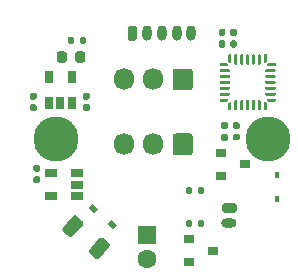
<source format=gts>
%TF.GenerationSoftware,KiCad,Pcbnew,(5.1.8)-1*%
%TF.CreationDate,2021-07-18T18:57:16+02:00*%
%TF.ProjectId,PX12_Board,50583132-5f42-46f6-9172-642e6b696361,V1.0*%
%TF.SameCoordinates,Original*%
%TF.FileFunction,Soldermask,Top*%
%TF.FilePolarity,Negative*%
%FSLAX46Y46*%
G04 Gerber Fmt 4.6, Leading zero omitted, Abs format (unit mm)*
G04 Created by KiCad (PCBNEW (5.1.8)-1) date 2021-07-18 18:57:16*
%MOMM*%
%LPD*%
G01*
G04 APERTURE LIST*
%ADD10O,1.300000X0.800000*%
%ADD11R,0.650000X1.060000*%
%ADD12O,1.700000X1.850000*%
%ADD13R,0.900000X0.800000*%
%ADD14R,1.060000X0.650000*%
%ADD15C,0.100000*%
%ADD16R,1.600000X1.600000*%
%ADD17C,1.600000*%
%ADD18C,3.800000*%
%ADD19R,0.450000X0.600000*%
%ADD20O,0.800000X1.300000*%
G04 APERTURE END LIST*
%TO.C,VALVE1*%
G36*
G01*
X180250000Y-105500000D02*
X181150000Y-105500000D01*
G75*
G02*
X181350000Y-105700000I0J-200000D01*
G01*
X181350000Y-106100000D01*
G75*
G02*
X181150000Y-106300000I-200000J0D01*
G01*
X180250000Y-106300000D01*
G75*
G02*
X180050000Y-106100000I0J200000D01*
G01*
X180050000Y-105700000D01*
G75*
G02*
X180250000Y-105500000I200000J0D01*
G01*
G37*
D10*
X180700000Y-107150000D03*
%TD*%
D11*
%TO.C,U1*%
X165450000Y-94800000D03*
X167350000Y-94800000D03*
X167350000Y-97000000D03*
X166400000Y-97000000D03*
X165450000Y-97000000D03*
%TD*%
D12*
%TO.C,AX12_2*%
X171750000Y-100500000D03*
X174250000Y-100500000D03*
G36*
G01*
X177600000Y-99825000D02*
X177600000Y-101175000D01*
G75*
G02*
X177350000Y-101425000I-250000J0D01*
G01*
X176150000Y-101425000D01*
G75*
G02*
X175900000Y-101175000I0J250000D01*
G01*
X175900000Y-99825000D01*
G75*
G02*
X176150000Y-99575000I250000J0D01*
G01*
X177350000Y-99575000D01*
G75*
G02*
X177600000Y-99825000I0J-250000D01*
G01*
G37*
%TD*%
%TO.C,D3*%
G36*
G01*
X166075000Y-93356250D02*
X166075000Y-92843750D01*
G75*
G02*
X166293750Y-92625000I218750J0D01*
G01*
X166731250Y-92625000D01*
G75*
G02*
X166950000Y-92843750I0J-218750D01*
G01*
X166950000Y-93356250D01*
G75*
G02*
X166731250Y-93575000I-218750J0D01*
G01*
X166293750Y-93575000D01*
G75*
G02*
X166075000Y-93356250I0J218750D01*
G01*
G37*
G36*
G01*
X167650000Y-93356250D02*
X167650000Y-92843750D01*
G75*
G02*
X167868750Y-92625000I218750J0D01*
G01*
X168306250Y-92625000D01*
G75*
G02*
X168525000Y-92843750I0J-218750D01*
G01*
X168525000Y-93356250D01*
G75*
G02*
X168306250Y-93575000I-218750J0D01*
G01*
X167868750Y-93575000D01*
G75*
G02*
X167650000Y-93356250I0J218750D01*
G01*
G37*
%TD*%
%TO.C,AX12_1*%
G36*
G01*
X177600000Y-94325000D02*
X177600000Y-95675000D01*
G75*
G02*
X177350000Y-95925000I-250000J0D01*
G01*
X176150000Y-95925000D01*
G75*
G02*
X175900000Y-95675000I0J250000D01*
G01*
X175900000Y-94325000D01*
G75*
G02*
X176150000Y-94075000I250000J0D01*
G01*
X177350000Y-94075000D01*
G75*
G02*
X177600000Y-94325000I0J-250000D01*
G01*
G37*
X174250000Y-95000000D03*
X171750000Y-95000000D03*
%TD*%
D13*
%TO.C,Q1*%
X182000000Y-102200000D03*
X180000000Y-103150000D03*
X180000000Y-101250000D03*
%TD*%
%TO.C,Q2*%
X177300000Y-108550000D03*
X177300000Y-110450000D03*
X179300000Y-109500000D03*
%TD*%
%TO.C,R2*%
G36*
G01*
X170532644Y-109182788D02*
X169729156Y-110140348D01*
G75*
G02*
X169376952Y-110171162I-191509J160695D01*
G01*
X168898170Y-109769416D01*
G75*
G02*
X168867356Y-109417212I160695J191509D01*
G01*
X169670844Y-108459652D01*
G75*
G02*
X170023048Y-108428838I191509J-160695D01*
G01*
X170501830Y-108830584D01*
G75*
G02*
X170532644Y-109182788I-160695J-191509D01*
G01*
G37*
G36*
G01*
X168291964Y-107302634D02*
X167488476Y-108260194D01*
G75*
G02*
X167136272Y-108291008I-191509J160695D01*
G01*
X166657490Y-107889262D01*
G75*
G02*
X166626676Y-107537058I160695J191509D01*
G01*
X167430164Y-106579498D01*
G75*
G02*
X167782368Y-106548684I191509J-160695D01*
G01*
X168261150Y-106950430D01*
G75*
G02*
X168291964Y-107302634I-160695J-191509D01*
G01*
G37*
%TD*%
D14*
%TO.C,U2*%
X167800000Y-104850000D03*
X167800000Y-103900000D03*
X167800000Y-102950000D03*
X165600000Y-102950000D03*
X165600000Y-104850000D03*
%TD*%
D15*
%TO.C,U3*%
G36*
X180625865Y-97039861D02*
G01*
X180628425Y-97031419D01*
X180632584Y-97023639D01*
X180638180Y-97016820D01*
X180771820Y-96883180D01*
X180778639Y-96877584D01*
X180786419Y-96873425D01*
X180794861Y-96870865D01*
X180803640Y-96870000D01*
X180830000Y-96870000D01*
X180838779Y-96870865D01*
X180847221Y-96873425D01*
X180855001Y-96877584D01*
X180861820Y-96883180D01*
X180867416Y-96889999D01*
X180871575Y-96897779D01*
X180874135Y-96906221D01*
X180875000Y-96915000D01*
X180875000Y-97580000D01*
X180874135Y-97588779D01*
X180871575Y-97597221D01*
X180867416Y-97605001D01*
X180861820Y-97611820D01*
X180855001Y-97617416D01*
X180847221Y-97621575D01*
X180838779Y-97624135D01*
X180830000Y-97625000D01*
X180670000Y-97625000D01*
X180661221Y-97624135D01*
X180652779Y-97621575D01*
X180644999Y-97617416D01*
X180638180Y-97611820D01*
X180632584Y-97605001D01*
X180628425Y-97597221D01*
X180625865Y-97588779D01*
X180625000Y-97580000D01*
X180625000Y-97048640D01*
X180625865Y-97039861D01*
G37*
G36*
G01*
X181312500Y-97625000D02*
X181187500Y-97625000D01*
G75*
G02*
X181125000Y-97562500I0J62500D01*
G01*
X181125000Y-96812500D01*
G75*
G02*
X181187500Y-96750000I62500J0D01*
G01*
X181312500Y-96750000D01*
G75*
G02*
X181375000Y-96812500I0J-62500D01*
G01*
X181375000Y-97562500D01*
G75*
G02*
X181312500Y-97625000I-62500J0D01*
G01*
G37*
G36*
G01*
X181812500Y-97625000D02*
X181687500Y-97625000D01*
G75*
G02*
X181625000Y-97562500I0J62500D01*
G01*
X181625000Y-96812500D01*
G75*
G02*
X181687500Y-96750000I62500J0D01*
G01*
X181812500Y-96750000D01*
G75*
G02*
X181875000Y-96812500I0J-62500D01*
G01*
X181875000Y-97562500D01*
G75*
G02*
X181812500Y-97625000I-62500J0D01*
G01*
G37*
G36*
G01*
X182312500Y-97625000D02*
X182187500Y-97625000D01*
G75*
G02*
X182125000Y-97562500I0J62500D01*
G01*
X182125000Y-96812500D01*
G75*
G02*
X182187500Y-96750000I62500J0D01*
G01*
X182312500Y-96750000D01*
G75*
G02*
X182375000Y-96812500I0J-62500D01*
G01*
X182375000Y-97562500D01*
G75*
G02*
X182312500Y-97625000I-62500J0D01*
G01*
G37*
G36*
G01*
X182812500Y-97625000D02*
X182687500Y-97625000D01*
G75*
G02*
X182625000Y-97562500I0J62500D01*
G01*
X182625000Y-96812500D01*
G75*
G02*
X182687500Y-96750000I62500J0D01*
G01*
X182812500Y-96750000D01*
G75*
G02*
X182875000Y-96812500I0J-62500D01*
G01*
X182875000Y-97562500D01*
G75*
G02*
X182812500Y-97625000I-62500J0D01*
G01*
G37*
G36*
G01*
X183312500Y-97625000D02*
X183187500Y-97625000D01*
G75*
G02*
X183125000Y-97562500I0J62500D01*
G01*
X183125000Y-96812500D01*
G75*
G02*
X183187500Y-96750000I62500J0D01*
G01*
X183312500Y-96750000D01*
G75*
G02*
X183375000Y-96812500I0J-62500D01*
G01*
X183375000Y-97562500D01*
G75*
G02*
X183312500Y-97625000I-62500J0D01*
G01*
G37*
G36*
X183625865Y-96906221D02*
G01*
X183628425Y-96897779D01*
X183632584Y-96889999D01*
X183638180Y-96883180D01*
X183644999Y-96877584D01*
X183652779Y-96873425D01*
X183661221Y-96870865D01*
X183670000Y-96870000D01*
X183696360Y-96870000D01*
X183705139Y-96870865D01*
X183713581Y-96873425D01*
X183721361Y-96877584D01*
X183728180Y-96883180D01*
X183861820Y-97016820D01*
X183867416Y-97023639D01*
X183871575Y-97031419D01*
X183874135Y-97039861D01*
X183875000Y-97048640D01*
X183875000Y-97580000D01*
X183874135Y-97588779D01*
X183871575Y-97597221D01*
X183867416Y-97605001D01*
X183861820Y-97611820D01*
X183855001Y-97617416D01*
X183847221Y-97621575D01*
X183838779Y-97624135D01*
X183830000Y-97625000D01*
X183670000Y-97625000D01*
X183661221Y-97624135D01*
X183652779Y-97621575D01*
X183644999Y-97617416D01*
X183638180Y-97611820D01*
X183632584Y-97605001D01*
X183628425Y-97597221D01*
X183625865Y-97588779D01*
X183625000Y-97580000D01*
X183625000Y-96915000D01*
X183625865Y-96906221D01*
G37*
G36*
X183870865Y-96661221D02*
G01*
X183873425Y-96652779D01*
X183877584Y-96644999D01*
X183883180Y-96638180D01*
X183889999Y-96632584D01*
X183897779Y-96628425D01*
X183906221Y-96625865D01*
X183915000Y-96625000D01*
X184580000Y-96625000D01*
X184588779Y-96625865D01*
X184597221Y-96628425D01*
X184605001Y-96632584D01*
X184611820Y-96638180D01*
X184617416Y-96644999D01*
X184621575Y-96652779D01*
X184624135Y-96661221D01*
X184625000Y-96670000D01*
X184625000Y-96830000D01*
X184624135Y-96838779D01*
X184621575Y-96847221D01*
X184617416Y-96855001D01*
X184611820Y-96861820D01*
X184605001Y-96867416D01*
X184597221Y-96871575D01*
X184588779Y-96874135D01*
X184580000Y-96875000D01*
X184048640Y-96875000D01*
X184039861Y-96874135D01*
X184031419Y-96871575D01*
X184023639Y-96867416D01*
X184016820Y-96861820D01*
X183883180Y-96728180D01*
X183877584Y-96721361D01*
X183873425Y-96713581D01*
X183870865Y-96705139D01*
X183870000Y-96696360D01*
X183870000Y-96670000D01*
X183870865Y-96661221D01*
G37*
G36*
G01*
X184562500Y-96375000D02*
X183812500Y-96375000D01*
G75*
G02*
X183750000Y-96312500I0J62500D01*
G01*
X183750000Y-96187500D01*
G75*
G02*
X183812500Y-96125000I62500J0D01*
G01*
X184562500Y-96125000D01*
G75*
G02*
X184625000Y-96187500I0J-62500D01*
G01*
X184625000Y-96312500D01*
G75*
G02*
X184562500Y-96375000I-62500J0D01*
G01*
G37*
G36*
G01*
X184562500Y-95875000D02*
X183812500Y-95875000D01*
G75*
G02*
X183750000Y-95812500I0J62500D01*
G01*
X183750000Y-95687500D01*
G75*
G02*
X183812500Y-95625000I62500J0D01*
G01*
X184562500Y-95625000D01*
G75*
G02*
X184625000Y-95687500I0J-62500D01*
G01*
X184625000Y-95812500D01*
G75*
G02*
X184562500Y-95875000I-62500J0D01*
G01*
G37*
G36*
G01*
X184562500Y-95375000D02*
X183812500Y-95375000D01*
G75*
G02*
X183750000Y-95312500I0J62500D01*
G01*
X183750000Y-95187500D01*
G75*
G02*
X183812500Y-95125000I62500J0D01*
G01*
X184562500Y-95125000D01*
G75*
G02*
X184625000Y-95187500I0J-62500D01*
G01*
X184625000Y-95312500D01*
G75*
G02*
X184562500Y-95375000I-62500J0D01*
G01*
G37*
G36*
G01*
X184562500Y-94875000D02*
X183812500Y-94875000D01*
G75*
G02*
X183750000Y-94812500I0J62500D01*
G01*
X183750000Y-94687500D01*
G75*
G02*
X183812500Y-94625000I62500J0D01*
G01*
X184562500Y-94625000D01*
G75*
G02*
X184625000Y-94687500I0J-62500D01*
G01*
X184625000Y-94812500D01*
G75*
G02*
X184562500Y-94875000I-62500J0D01*
G01*
G37*
G36*
G01*
X184562500Y-94375000D02*
X183812500Y-94375000D01*
G75*
G02*
X183750000Y-94312500I0J62500D01*
G01*
X183750000Y-94187500D01*
G75*
G02*
X183812500Y-94125000I62500J0D01*
G01*
X184562500Y-94125000D01*
G75*
G02*
X184625000Y-94187500I0J-62500D01*
G01*
X184625000Y-94312500D01*
G75*
G02*
X184562500Y-94375000I-62500J0D01*
G01*
G37*
G36*
X183870865Y-93794861D02*
G01*
X183873425Y-93786419D01*
X183877584Y-93778639D01*
X183883180Y-93771820D01*
X184016820Y-93638180D01*
X184023639Y-93632584D01*
X184031419Y-93628425D01*
X184039861Y-93625865D01*
X184048640Y-93625000D01*
X184580000Y-93625000D01*
X184588779Y-93625865D01*
X184597221Y-93628425D01*
X184605001Y-93632584D01*
X184611820Y-93638180D01*
X184617416Y-93644999D01*
X184621575Y-93652779D01*
X184624135Y-93661221D01*
X184625000Y-93670000D01*
X184625000Y-93830000D01*
X184624135Y-93838779D01*
X184621575Y-93847221D01*
X184617416Y-93855001D01*
X184611820Y-93861820D01*
X184605001Y-93867416D01*
X184597221Y-93871575D01*
X184588779Y-93874135D01*
X184580000Y-93875000D01*
X183915000Y-93875000D01*
X183906221Y-93874135D01*
X183897779Y-93871575D01*
X183889999Y-93867416D01*
X183883180Y-93861820D01*
X183877584Y-93855001D01*
X183873425Y-93847221D01*
X183870865Y-93838779D01*
X183870000Y-93830000D01*
X183870000Y-93803640D01*
X183870865Y-93794861D01*
G37*
G36*
X183625865Y-92911221D02*
G01*
X183628425Y-92902779D01*
X183632584Y-92894999D01*
X183638180Y-92888180D01*
X183644999Y-92882584D01*
X183652779Y-92878425D01*
X183661221Y-92875865D01*
X183670000Y-92875000D01*
X183830000Y-92875000D01*
X183838779Y-92875865D01*
X183847221Y-92878425D01*
X183855001Y-92882584D01*
X183861820Y-92888180D01*
X183867416Y-92894999D01*
X183871575Y-92902779D01*
X183874135Y-92911221D01*
X183875000Y-92920000D01*
X183875000Y-93451360D01*
X183874135Y-93460139D01*
X183871575Y-93468581D01*
X183867416Y-93476361D01*
X183861820Y-93483180D01*
X183728180Y-93616820D01*
X183721361Y-93622416D01*
X183713581Y-93626575D01*
X183705139Y-93629135D01*
X183696360Y-93630000D01*
X183670000Y-93630000D01*
X183661221Y-93629135D01*
X183652779Y-93626575D01*
X183644999Y-93622416D01*
X183638180Y-93616820D01*
X183632584Y-93610001D01*
X183628425Y-93602221D01*
X183625865Y-93593779D01*
X183625000Y-93585000D01*
X183625000Y-92920000D01*
X183625865Y-92911221D01*
G37*
G36*
G01*
X183312500Y-93750000D02*
X183187500Y-93750000D01*
G75*
G02*
X183125000Y-93687500I0J62500D01*
G01*
X183125000Y-92937500D01*
G75*
G02*
X183187500Y-92875000I62500J0D01*
G01*
X183312500Y-92875000D01*
G75*
G02*
X183375000Y-92937500I0J-62500D01*
G01*
X183375000Y-93687500D01*
G75*
G02*
X183312500Y-93750000I-62500J0D01*
G01*
G37*
G36*
G01*
X182812500Y-93750000D02*
X182687500Y-93750000D01*
G75*
G02*
X182625000Y-93687500I0J62500D01*
G01*
X182625000Y-92937500D01*
G75*
G02*
X182687500Y-92875000I62500J0D01*
G01*
X182812500Y-92875000D01*
G75*
G02*
X182875000Y-92937500I0J-62500D01*
G01*
X182875000Y-93687500D01*
G75*
G02*
X182812500Y-93750000I-62500J0D01*
G01*
G37*
G36*
G01*
X182312500Y-93750000D02*
X182187500Y-93750000D01*
G75*
G02*
X182125000Y-93687500I0J62500D01*
G01*
X182125000Y-92937500D01*
G75*
G02*
X182187500Y-92875000I62500J0D01*
G01*
X182312500Y-92875000D01*
G75*
G02*
X182375000Y-92937500I0J-62500D01*
G01*
X182375000Y-93687500D01*
G75*
G02*
X182312500Y-93750000I-62500J0D01*
G01*
G37*
G36*
G01*
X181812500Y-93750000D02*
X181687500Y-93750000D01*
G75*
G02*
X181625000Y-93687500I0J62500D01*
G01*
X181625000Y-92937500D01*
G75*
G02*
X181687500Y-92875000I62500J0D01*
G01*
X181812500Y-92875000D01*
G75*
G02*
X181875000Y-92937500I0J-62500D01*
G01*
X181875000Y-93687500D01*
G75*
G02*
X181812500Y-93750000I-62500J0D01*
G01*
G37*
G36*
G01*
X181312500Y-93750000D02*
X181187500Y-93750000D01*
G75*
G02*
X181125000Y-93687500I0J62500D01*
G01*
X181125000Y-92937500D01*
G75*
G02*
X181187500Y-92875000I62500J0D01*
G01*
X181312500Y-92875000D01*
G75*
G02*
X181375000Y-92937500I0J-62500D01*
G01*
X181375000Y-93687500D01*
G75*
G02*
X181312500Y-93750000I-62500J0D01*
G01*
G37*
G36*
X180625865Y-92911221D02*
G01*
X180628425Y-92902779D01*
X180632584Y-92894999D01*
X180638180Y-92888180D01*
X180644999Y-92882584D01*
X180652779Y-92878425D01*
X180661221Y-92875865D01*
X180670000Y-92875000D01*
X180830000Y-92875000D01*
X180838779Y-92875865D01*
X180847221Y-92878425D01*
X180855001Y-92882584D01*
X180861820Y-92888180D01*
X180867416Y-92894999D01*
X180871575Y-92902779D01*
X180874135Y-92911221D01*
X180875000Y-92920000D01*
X180875000Y-93585000D01*
X180874135Y-93593779D01*
X180871575Y-93602221D01*
X180867416Y-93610001D01*
X180861820Y-93616820D01*
X180855001Y-93622416D01*
X180847221Y-93626575D01*
X180838779Y-93629135D01*
X180830000Y-93630000D01*
X180803640Y-93630000D01*
X180794861Y-93629135D01*
X180786419Y-93626575D01*
X180778639Y-93622416D01*
X180771820Y-93616820D01*
X180638180Y-93483180D01*
X180632584Y-93476361D01*
X180628425Y-93468581D01*
X180625865Y-93460139D01*
X180625000Y-93451360D01*
X180625000Y-92920000D01*
X180625865Y-92911221D01*
G37*
G36*
X179875865Y-93661221D02*
G01*
X179878425Y-93652779D01*
X179882584Y-93644999D01*
X179888180Y-93638180D01*
X179894999Y-93632584D01*
X179902779Y-93628425D01*
X179911221Y-93625865D01*
X179920000Y-93625000D01*
X180451360Y-93625000D01*
X180460139Y-93625865D01*
X180468581Y-93628425D01*
X180476361Y-93632584D01*
X180483180Y-93638180D01*
X180616820Y-93771820D01*
X180622416Y-93778639D01*
X180626575Y-93786419D01*
X180629135Y-93794861D01*
X180630000Y-93803640D01*
X180630000Y-93830000D01*
X180629135Y-93838779D01*
X180626575Y-93847221D01*
X180622416Y-93855001D01*
X180616820Y-93861820D01*
X180610001Y-93867416D01*
X180602221Y-93871575D01*
X180593779Y-93874135D01*
X180585000Y-93875000D01*
X179920000Y-93875000D01*
X179911221Y-93874135D01*
X179902779Y-93871575D01*
X179894999Y-93867416D01*
X179888180Y-93861820D01*
X179882584Y-93855001D01*
X179878425Y-93847221D01*
X179875865Y-93838779D01*
X179875000Y-93830000D01*
X179875000Y-93670000D01*
X179875865Y-93661221D01*
G37*
G36*
G01*
X180687500Y-94375000D02*
X179937500Y-94375000D01*
G75*
G02*
X179875000Y-94312500I0J62500D01*
G01*
X179875000Y-94187500D01*
G75*
G02*
X179937500Y-94125000I62500J0D01*
G01*
X180687500Y-94125000D01*
G75*
G02*
X180750000Y-94187500I0J-62500D01*
G01*
X180750000Y-94312500D01*
G75*
G02*
X180687500Y-94375000I-62500J0D01*
G01*
G37*
G36*
G01*
X180687500Y-94875000D02*
X179937500Y-94875000D01*
G75*
G02*
X179875000Y-94812500I0J62500D01*
G01*
X179875000Y-94687500D01*
G75*
G02*
X179937500Y-94625000I62500J0D01*
G01*
X180687500Y-94625000D01*
G75*
G02*
X180750000Y-94687500I0J-62500D01*
G01*
X180750000Y-94812500D01*
G75*
G02*
X180687500Y-94875000I-62500J0D01*
G01*
G37*
G36*
G01*
X180687500Y-95375000D02*
X179937500Y-95375000D01*
G75*
G02*
X179875000Y-95312500I0J62500D01*
G01*
X179875000Y-95187500D01*
G75*
G02*
X179937500Y-95125000I62500J0D01*
G01*
X180687500Y-95125000D01*
G75*
G02*
X180750000Y-95187500I0J-62500D01*
G01*
X180750000Y-95312500D01*
G75*
G02*
X180687500Y-95375000I-62500J0D01*
G01*
G37*
G36*
G01*
X180687500Y-95875000D02*
X179937500Y-95875000D01*
G75*
G02*
X179875000Y-95812500I0J62500D01*
G01*
X179875000Y-95687500D01*
G75*
G02*
X179937500Y-95625000I62500J0D01*
G01*
X180687500Y-95625000D01*
G75*
G02*
X180750000Y-95687500I0J-62500D01*
G01*
X180750000Y-95812500D01*
G75*
G02*
X180687500Y-95875000I-62500J0D01*
G01*
G37*
G36*
G01*
X180687500Y-96375000D02*
X179937500Y-96375000D01*
G75*
G02*
X179875000Y-96312500I0J62500D01*
G01*
X179875000Y-96187500D01*
G75*
G02*
X179937500Y-96125000I62500J0D01*
G01*
X180687500Y-96125000D01*
G75*
G02*
X180750000Y-96187500I0J-62500D01*
G01*
X180750000Y-96312500D01*
G75*
G02*
X180687500Y-96375000I-62500J0D01*
G01*
G37*
G36*
X179875865Y-96661221D02*
G01*
X179878425Y-96652779D01*
X179882584Y-96644999D01*
X179888180Y-96638180D01*
X179894999Y-96632584D01*
X179902779Y-96628425D01*
X179911221Y-96625865D01*
X179920000Y-96625000D01*
X180585000Y-96625000D01*
X180593779Y-96625865D01*
X180602221Y-96628425D01*
X180610001Y-96632584D01*
X180616820Y-96638180D01*
X180622416Y-96644999D01*
X180626575Y-96652779D01*
X180629135Y-96661221D01*
X180630000Y-96670000D01*
X180630000Y-96696360D01*
X180629135Y-96705139D01*
X180626575Y-96713581D01*
X180622416Y-96721361D01*
X180616820Y-96728180D01*
X180483180Y-96861820D01*
X180476361Y-96867416D01*
X180468581Y-96871575D01*
X180460139Y-96874135D01*
X180451360Y-96875000D01*
X179920000Y-96875000D01*
X179911221Y-96874135D01*
X179902779Y-96871575D01*
X179894999Y-96867416D01*
X179888180Y-96861820D01*
X179882584Y-96855001D01*
X179878425Y-96847221D01*
X179875865Y-96838779D01*
X179875000Y-96830000D01*
X179875000Y-96670000D01*
X179875865Y-96661221D01*
G37*
%TD*%
D16*
%TO.C,C4*%
X173700000Y-108200000D03*
D17*
X173700000Y-110200000D03*
%TD*%
D18*
%TO.C,PGND*%
X184000000Y-100000000D03*
%TD*%
%TO.C,PVCC*%
X166000000Y-100000000D03*
%TD*%
%TO.C,C1*%
G36*
G01*
X180380000Y-90830000D02*
X180380000Y-91170000D01*
G75*
G02*
X180240000Y-91310000I-140000J0D01*
G01*
X179960000Y-91310000D01*
G75*
G02*
X179820000Y-91170000I0J140000D01*
G01*
X179820000Y-90830000D01*
G75*
G02*
X179960000Y-90690000I140000J0D01*
G01*
X180240000Y-90690000D01*
G75*
G02*
X180380000Y-90830000I0J-140000D01*
G01*
G37*
G36*
G01*
X181340000Y-90830000D02*
X181340000Y-91170000D01*
G75*
G02*
X181200000Y-91310000I-140000J0D01*
G01*
X180920000Y-91310000D01*
G75*
G02*
X180780000Y-91170000I0J140000D01*
G01*
X180780000Y-90830000D01*
G75*
G02*
X180920000Y-90690000I140000J0D01*
G01*
X181200000Y-90690000D01*
G75*
G02*
X181340000Y-90830000I0J-140000D01*
G01*
G37*
%TD*%
%TO.C,C2*%
G36*
G01*
X164570000Y-103760000D02*
X164230000Y-103760000D01*
G75*
G02*
X164090000Y-103620000I0J140000D01*
G01*
X164090000Y-103340000D01*
G75*
G02*
X164230000Y-103200000I140000J0D01*
G01*
X164570000Y-103200000D01*
G75*
G02*
X164710000Y-103340000I0J-140000D01*
G01*
X164710000Y-103620000D01*
G75*
G02*
X164570000Y-103760000I-140000J0D01*
G01*
G37*
G36*
G01*
X164570000Y-102800000D02*
X164230000Y-102800000D01*
G75*
G02*
X164090000Y-102660000I0J140000D01*
G01*
X164090000Y-102380000D01*
G75*
G02*
X164230000Y-102240000I140000J0D01*
G01*
X164570000Y-102240000D01*
G75*
G02*
X164710000Y-102380000I0J-140000D01*
G01*
X164710000Y-102660000D01*
G75*
G02*
X164570000Y-102800000I-140000J0D01*
G01*
G37*
%TD*%
%TO.C,C3*%
G36*
G01*
X180380000Y-91830000D02*
X180380000Y-92170000D01*
G75*
G02*
X180240000Y-92310000I-140000J0D01*
G01*
X179960000Y-92310000D01*
G75*
G02*
X179820000Y-92170000I0J140000D01*
G01*
X179820000Y-91830000D01*
G75*
G02*
X179960000Y-91690000I140000J0D01*
G01*
X180240000Y-91690000D01*
G75*
G02*
X180380000Y-91830000I0J-140000D01*
G01*
G37*
G36*
G01*
X181340000Y-91830000D02*
X181340000Y-92170000D01*
G75*
G02*
X181200000Y-92310000I-140000J0D01*
G01*
X180920000Y-92310000D01*
G75*
G02*
X180780000Y-92170000I0J140000D01*
G01*
X180780000Y-91830000D01*
G75*
G02*
X180920000Y-91690000I140000J0D01*
G01*
X181200000Y-91690000D01*
G75*
G02*
X181340000Y-91830000I0J-140000D01*
G01*
G37*
%TD*%
%TO.C,C5*%
G36*
G01*
X168770000Y-97660000D02*
X168430000Y-97660000D01*
G75*
G02*
X168290000Y-97520000I0J140000D01*
G01*
X168290000Y-97240000D01*
G75*
G02*
X168430000Y-97100000I140000J0D01*
G01*
X168770000Y-97100000D01*
G75*
G02*
X168910000Y-97240000I0J-140000D01*
G01*
X168910000Y-97520000D01*
G75*
G02*
X168770000Y-97660000I-140000J0D01*
G01*
G37*
G36*
G01*
X168770000Y-96700000D02*
X168430000Y-96700000D01*
G75*
G02*
X168290000Y-96560000I0J140000D01*
G01*
X168290000Y-96280000D01*
G75*
G02*
X168430000Y-96140000I140000J0D01*
G01*
X168770000Y-96140000D01*
G75*
G02*
X168910000Y-96280000I0J-140000D01*
G01*
X168910000Y-96560000D01*
G75*
G02*
X168770000Y-96700000I-140000J0D01*
G01*
G37*
%TD*%
%TO.C,C6*%
G36*
G01*
X163930000Y-97100000D02*
X164270000Y-97100000D01*
G75*
G02*
X164410000Y-97240000I0J-140000D01*
G01*
X164410000Y-97520000D01*
G75*
G02*
X164270000Y-97660000I-140000J0D01*
G01*
X163930000Y-97660000D01*
G75*
G02*
X163790000Y-97520000I0J140000D01*
G01*
X163790000Y-97240000D01*
G75*
G02*
X163930000Y-97100000I140000J0D01*
G01*
G37*
G36*
G01*
X163930000Y-96140000D02*
X164270000Y-96140000D01*
G75*
G02*
X164410000Y-96280000I0J-140000D01*
G01*
X164410000Y-96560000D01*
G75*
G02*
X164270000Y-96700000I-140000J0D01*
G01*
X163930000Y-96700000D01*
G75*
G02*
X163790000Y-96560000I0J140000D01*
G01*
X163790000Y-96280000D01*
G75*
G02*
X163930000Y-96140000I140000J0D01*
G01*
G37*
%TD*%
%TO.C,C7*%
G36*
G01*
X181130000Y-98640000D02*
X181470000Y-98640000D01*
G75*
G02*
X181610000Y-98780000I0J-140000D01*
G01*
X181610000Y-99060000D01*
G75*
G02*
X181470000Y-99200000I-140000J0D01*
G01*
X181130000Y-99200000D01*
G75*
G02*
X180990000Y-99060000I0J140000D01*
G01*
X180990000Y-98780000D01*
G75*
G02*
X181130000Y-98640000I140000J0D01*
G01*
G37*
G36*
G01*
X181130000Y-99600000D02*
X181470000Y-99600000D01*
G75*
G02*
X181610000Y-99740000I0J-140000D01*
G01*
X181610000Y-100020000D01*
G75*
G02*
X181470000Y-100160000I-140000J0D01*
G01*
X181130000Y-100160000D01*
G75*
G02*
X180990000Y-100020000I0J140000D01*
G01*
X180990000Y-99740000D01*
G75*
G02*
X181130000Y-99600000I140000J0D01*
G01*
G37*
%TD*%
D15*
%TO.C,D1*%
G36*
X168821212Y-105904597D02*
G01*
X169110467Y-105559877D01*
X169570094Y-105945549D01*
X169280839Y-106290269D01*
X168821212Y-105904597D01*
G37*
G36*
X170429906Y-107254451D02*
G01*
X170719161Y-106909731D01*
X171178788Y-107295403D01*
X170889533Y-107640123D01*
X170429906Y-107254451D01*
G37*
%TD*%
D19*
%TO.C,D2*%
X184700000Y-105150000D03*
X184700000Y-103050000D03*
%TD*%
%TO.C,R1*%
G36*
G01*
X178040000Y-104585000D02*
X178040000Y-104215000D01*
G75*
G02*
X178175000Y-104080000I135000J0D01*
G01*
X178445000Y-104080000D01*
G75*
G02*
X178580000Y-104215000I0J-135000D01*
G01*
X178580000Y-104585000D01*
G75*
G02*
X178445000Y-104720000I-135000J0D01*
G01*
X178175000Y-104720000D01*
G75*
G02*
X178040000Y-104585000I0J135000D01*
G01*
G37*
G36*
G01*
X177020000Y-104585000D02*
X177020000Y-104215000D01*
G75*
G02*
X177155000Y-104080000I135000J0D01*
G01*
X177425000Y-104080000D01*
G75*
G02*
X177560000Y-104215000I0J-135000D01*
G01*
X177560000Y-104585000D01*
G75*
G02*
X177425000Y-104720000I-135000J0D01*
G01*
X177155000Y-104720000D01*
G75*
G02*
X177020000Y-104585000I0J135000D01*
G01*
G37*
%TD*%
%TO.C,R3*%
G36*
G01*
X177020000Y-107385000D02*
X177020000Y-107015000D01*
G75*
G02*
X177155000Y-106880000I135000J0D01*
G01*
X177425000Y-106880000D01*
G75*
G02*
X177560000Y-107015000I0J-135000D01*
G01*
X177560000Y-107385000D01*
G75*
G02*
X177425000Y-107520000I-135000J0D01*
G01*
X177155000Y-107520000D01*
G75*
G02*
X177020000Y-107385000I0J135000D01*
G01*
G37*
G36*
G01*
X178040000Y-107385000D02*
X178040000Y-107015000D01*
G75*
G02*
X178175000Y-106880000I135000J0D01*
G01*
X178445000Y-106880000D01*
G75*
G02*
X178580000Y-107015000I0J-135000D01*
G01*
X178580000Y-107385000D01*
G75*
G02*
X178445000Y-107520000I-135000J0D01*
G01*
X178175000Y-107520000D01*
G75*
G02*
X178040000Y-107385000I0J135000D01*
G01*
G37*
%TD*%
%TO.C,R4*%
G36*
G01*
X167020000Y-91885000D02*
X167020000Y-91515000D01*
G75*
G02*
X167155000Y-91380000I135000J0D01*
G01*
X167425000Y-91380000D01*
G75*
G02*
X167560000Y-91515000I0J-135000D01*
G01*
X167560000Y-91885000D01*
G75*
G02*
X167425000Y-92020000I-135000J0D01*
G01*
X167155000Y-92020000D01*
G75*
G02*
X167020000Y-91885000I0J135000D01*
G01*
G37*
G36*
G01*
X168040000Y-91885000D02*
X168040000Y-91515000D01*
G75*
G02*
X168175000Y-91380000I135000J0D01*
G01*
X168445000Y-91380000D01*
G75*
G02*
X168580000Y-91515000I0J-135000D01*
G01*
X168580000Y-91885000D01*
G75*
G02*
X168445000Y-92020000I-135000J0D01*
G01*
X168175000Y-92020000D01*
G75*
G02*
X168040000Y-91885000I0J135000D01*
G01*
G37*
%TD*%
%TO.C,R5*%
G36*
G01*
X180485000Y-99160000D02*
X180115000Y-99160000D01*
G75*
G02*
X179980000Y-99025000I0J135000D01*
G01*
X179980000Y-98755000D01*
G75*
G02*
X180115000Y-98620000I135000J0D01*
G01*
X180485000Y-98620000D01*
G75*
G02*
X180620000Y-98755000I0J-135000D01*
G01*
X180620000Y-99025000D01*
G75*
G02*
X180485000Y-99160000I-135000J0D01*
G01*
G37*
G36*
G01*
X180485000Y-100180000D02*
X180115000Y-100180000D01*
G75*
G02*
X179980000Y-100045000I0J135000D01*
G01*
X179980000Y-99775000D01*
G75*
G02*
X180115000Y-99640000I135000J0D01*
G01*
X180485000Y-99640000D01*
G75*
G02*
X180620000Y-99775000I0J-135000D01*
G01*
X180620000Y-100045000D01*
G75*
G02*
X180485000Y-100180000I-135000J0D01*
G01*
G37*
%TD*%
%TO.C,SWD*%
G36*
G01*
X172100000Y-91550000D02*
X172100000Y-90650000D01*
G75*
G02*
X172300000Y-90450000I200000J0D01*
G01*
X172700000Y-90450000D01*
G75*
G02*
X172900000Y-90650000I0J-200000D01*
G01*
X172900000Y-91550000D01*
G75*
G02*
X172700000Y-91750000I-200000J0D01*
G01*
X172300000Y-91750000D01*
G75*
G02*
X172100000Y-91550000I0J200000D01*
G01*
G37*
D20*
X173750000Y-91100000D03*
X175000000Y-91100000D03*
X176250000Y-91100000D03*
X177500000Y-91100000D03*
%TD*%
M02*

</source>
